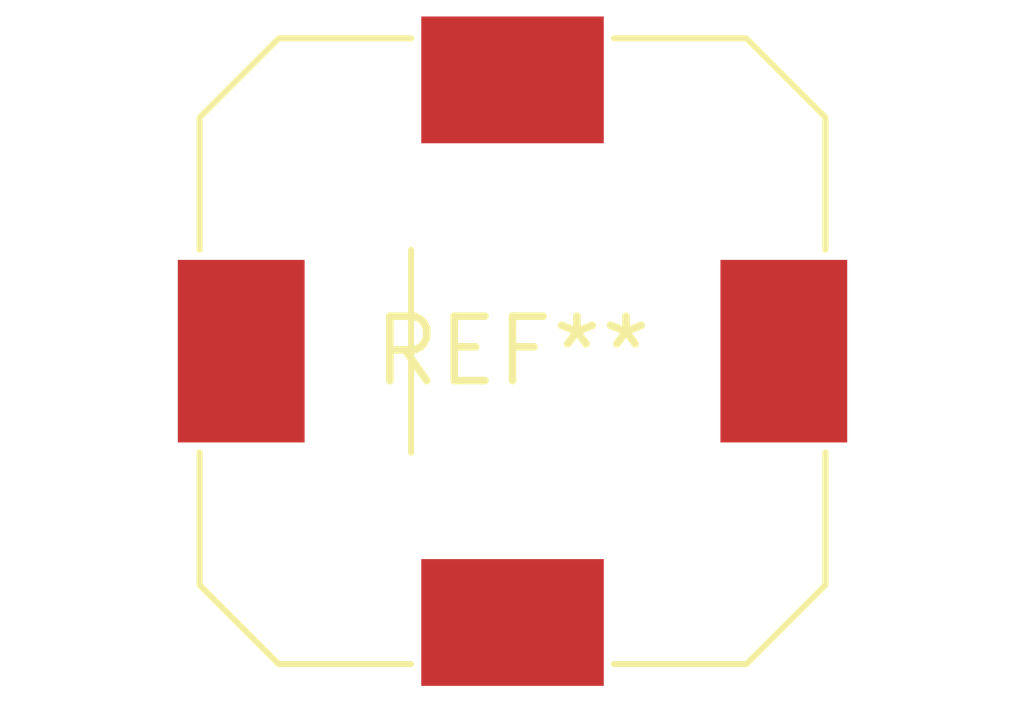
<source format=kicad_pcb>
(kicad_pcb (version 20240108) (generator pcbnew)
  (layers (0 "F.Cu" signal) (31 "B.Cu" signal) (34 "B.Paste" user) (35 "F.Paste" user) (36 "B.SilkS" user "B.Silkscreen") (37 "F.SilkS" user "F.Silkscreen") (38 "B.Mask" user) (39 "F.Mask" user) (44 "Edge.Cuts" user))
  (net 0 "")
  (footprint "L_Sagami_CWR1242C" (layer "F.Cu") (at 0 0)
    (property "Reference" "REF**")
    (property "Value" "L_Sagami_CWR1242C")
    (fp_line (start -6.17 -4.61) (end -6.17 -2) (layer "F.SilkS") (stroke (width 0.12)))
    (fp_line (start -6.17 2) (end -6.17 4.61) (layer "F.SilkS") (stroke (width 0.12)))
    (fp_line (start -4.61 -6.17) (end -6.17 -4.61) (layer "F.SilkS") (stroke (width 0.12)))
    (fp_line (start -4.61 -6.17) (end -2 -6.17) (layer "F.SilkS") (stroke (width 0.12)))
    (fp_line (start -4.61 6.17) (end -6.17 4.61) (layer "F.SilkS") (stroke (width 0.12)))
    (fp_line (start -4.61 6.17) (end -2 6.17) (layer "F.SilkS") (stroke (width 0.12)))
    (fp_line (start -2 -2) (end -2 2) (layer "F.SilkS") (stroke (width 0.12)))
    (fp_line (start 2 6.17) (end 4.61 6.17) (layer "F.SilkS") (stroke (width 0.12)))
    (fp_line (start 4.61 -6.17) (end 2 -6.17) (layer "F.SilkS") (stroke (width 0.12)))
    (fp_line (start 4.61 -6.17) (end 6.17 -4.61) (layer "F.SilkS") (stroke (width 0.12)))
    (fp_line (start 4.61 6.17) (end 6.17 4.61) (layer "F.SilkS") (stroke (width 0.12)))
    (fp_line (start 6.17 -2) (end 6.17 -4.61) (layer "F.SilkS") (stroke (width 0.12)))
    (fp_line (start 6.17 4.61) (end 6.17 2) (layer "F.SilkS") (stroke (width 0.12)))
    (pad "1" smd rect (at -5.35 0) (size 2.5 3.6) (layers "F.Cu" "F.Paste" "F.Mask"))
    (pad "1" smd rect (at 0 5.35) (size 3.6 2.5) (layers "F.Cu" "F.Paste" "F.Mask"))
    (pad "2" smd rect (at 0 -5.35) (size 3.6 2.5) (layers "F.Cu" "F.Paste" "F.Mask"))
    (pad "2" smd rect (at 5.35 0) (size 2.5 3.6) (layers "F.Cu" "F.Paste" "F.Mask"))
  )
)
</source>
